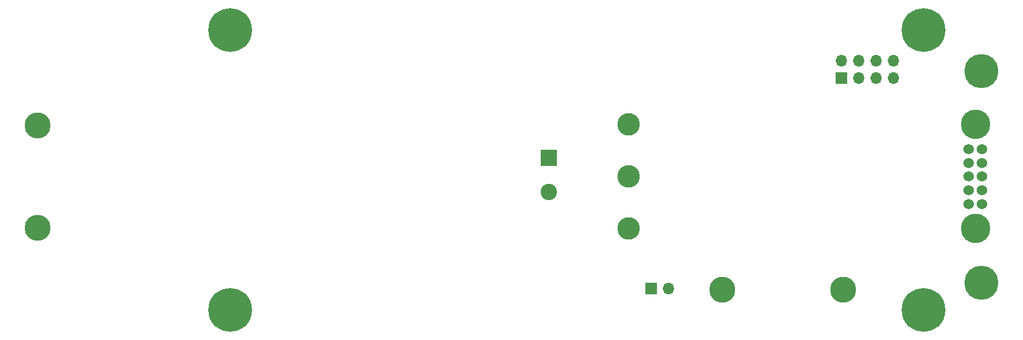
<source format=gbr>
%TF.GenerationSoftware,KiCad,Pcbnew,(6.0.10-0)*%
%TF.CreationDate,2023-02-08T11:04:04+05:30*%
%TF.ProjectId,dbe_dcdc,6462655f-6463-4646-932e-6b696361645f,rev?*%
%TF.SameCoordinates,Original*%
%TF.FileFunction,Soldermask,Bot*%
%TF.FilePolarity,Negative*%
%FSLAX46Y46*%
G04 Gerber Fmt 4.6, Leading zero omitted, Abs format (unit mm)*
G04 Created by KiCad (PCBNEW (6.0.10-0)) date 2023-02-08 11:04:04*
%MOMM*%
%LPD*%
G01*
G04 APERTURE LIST*
%ADD10C,3.800000*%
%ADD11C,2.600000*%
%ADD12C,5.000000*%
%ADD13C,2.900000*%
%ADD14R,1.700000X1.700000*%
%ADD15O,1.700000X1.700000*%
%ADD16C,3.302000*%
%ADD17C,4.318000*%
%ADD18C,1.524000*%
%ADD19C,3.600000*%
%ADD20C,6.400000*%
%ADD21R,2.400000X2.400000*%
%ADD22C,2.400000*%
G04 APERTURE END LIST*
D10*
%TO.C,+VDC*%
X26750000Y-79000000D03*
D11*
X26750000Y-79000000D03*
%TD*%
D12*
%TO.C,GND*%
X165000000Y-102000000D03*
D13*
X165000000Y-102000000D03*
%TD*%
D10*
%TO.C,OUT_GND*%
X144750000Y-103000000D03*
D11*
X144750000Y-103000000D03*
%TD*%
D14*
%TO.C,PMBUS*%
X144500000Y-72000000D03*
D15*
X144500000Y-69460000D03*
X147040000Y-72000000D03*
X147040000Y-69460000D03*
X149580000Y-72000000D03*
X149580000Y-69460000D03*
X152120000Y-72000000D03*
X152120000Y-69460000D03*
%TD*%
D16*
%TO.C,U1*%
X113293250Y-78833250D03*
X113293250Y-86453250D03*
X113293250Y-94073250D03*
D17*
X164093250Y-94073250D03*
D18*
X163102650Y-90466450D03*
X165083850Y-90466450D03*
X163102650Y-88459850D03*
X165083850Y-88459850D03*
X163102650Y-86453250D03*
X165083850Y-86453250D03*
X163102650Y-84446650D03*
X165083850Y-84446650D03*
X163102650Y-82440050D03*
X165083850Y-82440050D03*
D17*
X164093250Y-78833250D03*
%TD*%
D19*
%TO.C,M1*%
X55000000Y-65000000D03*
D20*
X55000000Y-65000000D03*
%TD*%
D14*
%TO.C,JP1*%
X116610000Y-102870000D03*
D15*
X119150000Y-102870000D03*
%TD*%
D13*
%TO.C,+12V*%
X165000000Y-71000000D03*
D12*
X165000000Y-71000000D03*
%TD*%
D10*
%TO.C,-VDC*%
X26750000Y-94000000D03*
D11*
X26750000Y-94000000D03*
%TD*%
D19*
%TO.C,CHASSIS*%
X156500000Y-65000000D03*
D20*
X156500000Y-65000000D03*
%TD*%
%TO.C,M2*%
X55000000Y-106000000D03*
D19*
X55000000Y-106000000D03*
%TD*%
D10*
%TO.C,IN_GND*%
X127000000Y-103000000D03*
D11*
X127000000Y-103000000D03*
%TD*%
D21*
%TO.C,C11*%
X101600000Y-83740000D03*
D22*
X101600000Y-88740000D03*
%TD*%
D20*
%TO.C,CHASSIS*%
X156500000Y-106000000D03*
D19*
X156500000Y-106000000D03*
%TD*%
M02*

</source>
